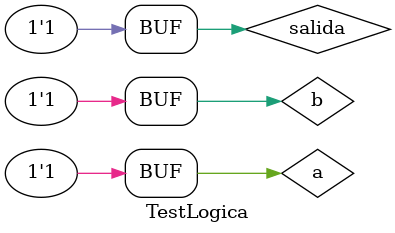
<source format=v>
module TestLogica;
	
	reg a,b;
	wire salida;
	and puertAND (salida,a,b);


	initial
		begin	

			$monitor($time, "a=%b, b=%b, a.b=%b",a,b,salida);
			a=0; b=0;
			#5 a=0; b=1;
			#5 a=1; b=0;
			#5 a=1; b=1;
		
		end
	endmodule
</source>
